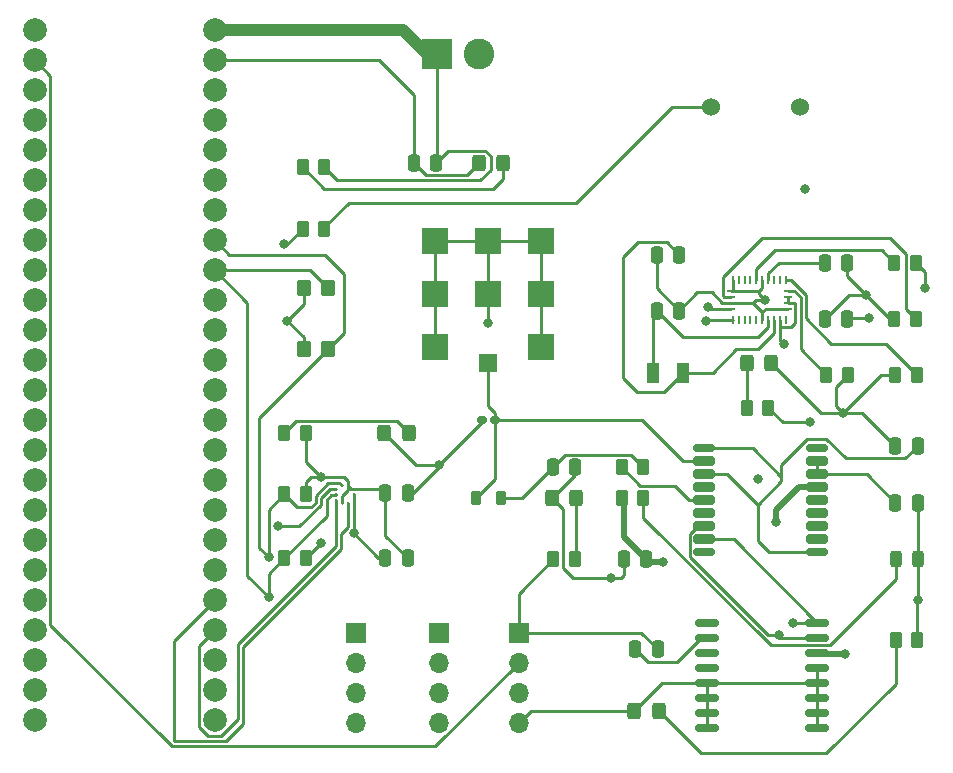
<source format=gbr>
%TF.GenerationSoftware,KiCad,Pcbnew,7.0.7*%
%TF.CreationDate,2024-01-17T19:34:37-05:00*%
%TF.ProjectId,Unified_Board,556e6966-6965-4645-9f42-6f6172642e6b,rev?*%
%TF.SameCoordinates,Original*%
%TF.FileFunction,Copper,L1,Top*%
%TF.FilePolarity,Positive*%
%FSLAX46Y46*%
G04 Gerber Fmt 4.6, Leading zero omitted, Abs format (unit mm)*
G04 Created by KiCad (PCBNEW 7.0.7) date 2024-01-17 19:34:37*
%MOMM*%
%LPD*%
G01*
G04 APERTURE LIST*
G04 Aperture macros list*
%AMRoundRect*
0 Rectangle with rounded corners*
0 $1 Rounding radius*
0 $2 $3 $4 $5 $6 $7 $8 $9 X,Y pos of 4 corners*
0 Add a 4 corners polygon primitive as box body*
4,1,4,$2,$3,$4,$5,$6,$7,$8,$9,$2,$3,0*
0 Add four circle primitives for the rounded corners*
1,1,$1+$1,$2,$3*
1,1,$1+$1,$4,$5*
1,1,$1+$1,$6,$7*
1,1,$1+$1,$8,$9*
0 Add four rect primitives between the rounded corners*
20,1,$1+$1,$2,$3,$4,$5,0*
20,1,$1+$1,$4,$5,$6,$7,0*
20,1,$1+$1,$6,$7,$8,$9,0*
20,1,$1+$1,$8,$9,$2,$3,0*%
G04 Aperture macros list end*
%TA.AperFunction,ComponentPad*%
%ADD10R,1.700000X1.700000*%
%TD*%
%TA.AperFunction,ComponentPad*%
%ADD11O,1.700000X1.700000*%
%TD*%
%TA.AperFunction,SMDPad,CuDef*%
%ADD12RoundRect,0.250000X-0.325000X-0.450000X0.325000X-0.450000X0.325000X0.450000X-0.325000X0.450000X0*%
%TD*%
%TA.AperFunction,SMDPad,CuDef*%
%ADD13RoundRect,0.250000X-0.262500X-0.450000X0.262500X-0.450000X0.262500X0.450000X-0.262500X0.450000X0*%
%TD*%
%TA.AperFunction,SMDPad,CuDef*%
%ADD14RoundRect,0.250000X0.250000X0.475000X-0.250000X0.475000X-0.250000X-0.475000X0.250000X-0.475000X0*%
%TD*%
%TA.AperFunction,SMDPad,CuDef*%
%ADD15RoundRect,0.250000X-0.250000X-0.475000X0.250000X-0.475000X0.250000X0.475000X-0.250000X0.475000X0*%
%TD*%
%TA.AperFunction,SMDPad,CuDef*%
%ADD16R,1.500000X1.500000*%
%TD*%
%TA.AperFunction,SMDPad,CuDef*%
%ADD17R,2.300000X2.300000*%
%TD*%
%TA.AperFunction,SMDPad,CuDef*%
%ADD18RoundRect,0.250000X0.325000X0.450000X-0.325000X0.450000X-0.325000X-0.450000X0.325000X-0.450000X0*%
%TD*%
%TA.AperFunction,ComponentPad*%
%ADD19R,2.600000X2.600000*%
%TD*%
%TA.AperFunction,ComponentPad*%
%ADD20C,2.600000*%
%TD*%
%TA.AperFunction,SMDPad,CuDef*%
%ADD21R,0.250000X0.275000*%
%TD*%
%TA.AperFunction,SMDPad,CuDef*%
%ADD22R,0.275000X0.250000*%
%TD*%
%TA.AperFunction,ComponentPad*%
%ADD23C,1.524000*%
%TD*%
%TA.AperFunction,SMDPad,CuDef*%
%ADD24R,0.254000X0.675000*%
%TD*%
%TA.AperFunction,SMDPad,CuDef*%
%ADD25R,0.675000X0.254000*%
%TD*%
%TA.AperFunction,SMDPad,CuDef*%
%ADD26RoundRect,0.150000X-0.875000X-0.150000X0.875000X-0.150000X0.875000X0.150000X-0.875000X0.150000X0*%
%TD*%
%TA.AperFunction,SMDPad,CuDef*%
%ADD27R,1.000000X1.800000*%
%TD*%
%TA.AperFunction,SMDPad,CuDef*%
%ADD28RoundRect,0.175000X0.725000X0.175000X-0.725000X0.175000X-0.725000X-0.175000X0.725000X-0.175000X0*%
%TD*%
%TA.AperFunction,SMDPad,CuDef*%
%ADD29RoundRect,0.200000X0.700000X0.200000X-0.700000X0.200000X-0.700000X-0.200000X0.700000X-0.200000X0*%
%TD*%
%TA.AperFunction,SMDPad,CuDef*%
%ADD30RoundRect,0.218750X0.218750X0.381250X-0.218750X0.381250X-0.218750X-0.381250X0.218750X-0.381250X0*%
%TD*%
%TA.AperFunction,SMDPad,CuDef*%
%ADD31RoundRect,0.243750X-0.243750X-0.456250X0.243750X-0.456250X0.243750X0.456250X-0.243750X0.456250X0*%
%TD*%
%TA.AperFunction,SMDPad,CuDef*%
%ADD32RoundRect,0.250000X-0.350000X-0.450000X0.350000X-0.450000X0.350000X0.450000X-0.350000X0.450000X0*%
%TD*%
%TA.AperFunction,SMDPad,CuDef*%
%ADD33RoundRect,0.250000X0.262500X0.450000X-0.262500X0.450000X-0.262500X-0.450000X0.262500X-0.450000X0*%
%TD*%
%TA.AperFunction,ComponentPad*%
%ADD34C,2.000000*%
%TD*%
%TA.AperFunction,SMDPad,CuDef*%
%ADD35RoundRect,0.160000X-0.222500X-0.160000X0.222500X-0.160000X0.222500X0.160000X-0.222500X0.160000X0*%
%TD*%
%TA.AperFunction,ViaPad*%
%ADD36C,0.800000*%
%TD*%
%TA.AperFunction,Conductor*%
%ADD37C,0.250000*%
%TD*%
%TA.AperFunction,Conductor*%
%ADD38C,0.500000*%
%TD*%
%TA.AperFunction,Conductor*%
%ADD39C,1.000000*%
%TD*%
G04 APERTURE END LIST*
D10*
%TO.P,J3,1,Pin_1*%
%TO.N,/3.3V*%
X107600000Y-96000000D03*
D11*
%TO.P,J3,2,Pin_2*%
%TO.N,/SCL*%
X107600000Y-98540000D03*
%TO.P,J3,3,Pin_3*%
%TO.N,/SDA*%
X107600000Y-101080000D03*
%TO.P,J3,4,Pin_4*%
%TO.N,GND*%
X107600000Y-103620000D03*
%TD*%
D12*
%TO.P,D2,1,K*%
%TO.N,GND*%
X131175000Y-102600000D03*
%TO.P,D2,2,A*%
%TO.N,Net-(D2-A)*%
X133225000Y-102600000D03*
%TD*%
D13*
%TO.P,R15,1*%
%TO.N,Net-(D6-A)*%
X103087500Y-56600000D03*
%TO.P,R15,2*%
%TO.N,Net-(J1-Pin_1)*%
X104912500Y-56600000D03*
%TD*%
D14*
%TO.P,C10,1*%
%TO.N,/3.3V*%
X133150000Y-97400000D03*
%TO.P,C10,2*%
%TO.N,Net-(U3-VCC)*%
X131250000Y-97400000D03*
%TD*%
D15*
%TO.P,C7,1*%
%TO.N,Net-(U2-VCC)*%
X153250000Y-85000000D03*
%TO.P,C7,2*%
%TO.N,/3.3V*%
X155150000Y-85000000D03*
%TD*%
D16*
%TO.P,ANT1,1,RF_IN*%
%TO.N,Net-(ANT1-RF_IN)*%
X118800000Y-73200000D03*
D17*
%TO.P,ANT1,2,GND*%
%TO.N,GND*%
X114300000Y-71800000D03*
%TO.P,ANT1,3,GND*%
X123300000Y-71800000D03*
%TO.P,ANT1,4,GND*%
X114300000Y-67300000D03*
%TO.P,ANT1,5,GND*%
X118800000Y-67300000D03*
%TO.P,ANT1,6,GND*%
X123300000Y-67300000D03*
%TO.P,ANT1,7,GND*%
X114300000Y-62800000D03*
%TO.P,ANT1,8,GND*%
X118800000Y-62800000D03*
%TO.P,ANT1,9,GND*%
X123300000Y-62800000D03*
%TD*%
D15*
%TO.P,C12,1*%
%TO.N,Net-(C12-Pad1)*%
X124250000Y-82000000D03*
%TO.P,C12,2*%
%TO.N,GND*%
X126150000Y-82000000D03*
%TD*%
D18*
%TO.P,D5,1,K*%
%TO.N,GND*%
X142775000Y-73200000D03*
%TO.P,D5,2,A*%
%TO.N,Net-(D5-A)*%
X140725000Y-73200000D03*
%TD*%
D14*
%TO.P,C11,1*%
%TO.N,Net-(J1-Pin_1)*%
X114400000Y-56200000D03*
%TO.P,C11,2*%
%TO.N,Net-(D6-K)*%
X112500000Y-56200000D03*
%TD*%
D19*
%TO.P,J1,1,Pin_1*%
%TO.N,Net-(J1-Pin_1)*%
X114500000Y-47000000D03*
D20*
%TO.P,J1,2,Pin_2*%
%TO.N,Net-(D6-K)*%
X118000000Y-47000000D03*
%TD*%
D13*
%TO.P,R4,1*%
%TO.N,/SCL*%
X101525000Y-84300000D03*
%TO.P,R4,2*%
%TO.N,/3.3V*%
X103350000Y-84300000D03*
%TD*%
%TO.P,R16,1*%
%TO.N,Net-(U2-VCC_RF)*%
X130087500Y-82000000D03*
%TO.P,R16,2*%
%TO.N,Net-(C12-Pad1)*%
X131912500Y-82000000D03*
%TD*%
D21*
%TO.P,Alt1,1,VDDIO*%
%TO.N,/3.3V*%
X106887500Y-83537500D03*
%TO.P,Alt1,2,SCK*%
%TO.N,/SCL*%
X106387500Y-83537500D03*
D22*
%TO.P,Alt1,3,VSS*%
%TO.N,GND*%
X105875000Y-83800000D03*
%TO.P,Alt1,4,SDI*%
%TO.N,/SDA*%
X105875000Y-84300000D03*
%TO.P,Alt1,5,SDO*%
%TO.N,/BMP_I2C_ADDR*%
X105875000Y-84800000D03*
D21*
%TO.P,Alt1,6,CSB*%
%TO.N,/3.3V*%
X106387500Y-85062500D03*
%TO.P,Alt1,7,INT*%
%TO.N,/BMP_INT*%
X106887500Y-85062500D03*
D22*
%TO.P,Alt1,8,VSS*%
%TO.N,GND*%
X107400000Y-84800000D03*
%TO.P,Alt1,9,VSS*%
X107400000Y-84300000D03*
%TO.P,Alt1,10,VDD*%
%TO.N,/3.3V*%
X107400000Y-83800000D03*
%TD*%
D15*
%TO.P,C5,1*%
%TO.N,Net-(U1-XOUT32)*%
X133050000Y-68750000D03*
%TO.P,C5,2*%
%TO.N,GND*%
X134950000Y-68750000D03*
%TD*%
D13*
%TO.P,R3,1*%
%TO.N,/SDA*%
X101525000Y-89700000D03*
%TO.P,R3,2*%
%TO.N,/3.3V*%
X103350000Y-89700000D03*
%TD*%
D23*
%TO.P,BZ1,1,-*%
%TO.N,Net-(BZ1--)*%
X137650000Y-51500000D03*
%TO.P,BZ1,2,+*%
%TO.N,GND*%
X145150000Y-51500000D03*
%TD*%
D13*
%TO.P,R14,1*%
%TO.N,Net-(R14-Pad1)*%
X103087500Y-61800000D03*
%TO.P,R14,2*%
%TO.N,Net-(BZ1--)*%
X104912500Y-61800000D03*
%TD*%
D12*
%TO.P,D4,1,K*%
%TO.N,GND*%
X110012500Y-79100000D03*
%TO.P,D4,2,A*%
%TO.N,Net-(D4-A)*%
X112062500Y-79100000D03*
%TD*%
%TO.P,D3,1,K*%
%TO.N,GND*%
X124175000Y-84600000D03*
%TO.P,D3,2,A*%
%TO.N,Net-(D3-A)*%
X126225000Y-84600000D03*
%TD*%
D10*
%TO.P,J2,1,Pin_1*%
%TO.N,/3.3V*%
X114600000Y-96000000D03*
D11*
%TO.P,J2,2,Pin_2*%
%TO.N,/Breakout_RX2*%
X114600000Y-98540000D03*
%TO.P,J2,3,Pin_3*%
%TO.N,/Breakout_TX2*%
X114600000Y-101080000D03*
%TO.P,J2,4,Pin_4*%
%TO.N,GND*%
X114600000Y-103620000D03*
%TD*%
D24*
%TO.P,U1,1,PIN1*%
%TO.N,unconnected-(U1-PIN1-Pad1)*%
X144000000Y-69500000D03*
D25*
%TO.P,U1,2,GND*%
%TO.N,GND*%
X144137500Y-68587500D03*
%TO.P,U1,3,VDD*%
%TO.N,/3.3V*%
X144137500Y-68087500D03*
%TO.P,U1,4,~{BOOT_LOAD_PIN}*%
X144137500Y-67587500D03*
%TO.P,U1,5,PS1*%
%TO.N,Net-(U1-PS1)*%
X144137500Y-67087500D03*
D24*
%TO.P,U1,6,PS0*%
%TO.N,Net-(U1-PS0)*%
X144000000Y-66175000D03*
%TO.P,U1,7,PIN7*%
%TO.N,unconnected-(U1-PIN7-Pad7)*%
X143500000Y-66175000D03*
%TO.P,U1,8,PIN8*%
%TO.N,unconnected-(U1-PIN8-Pad8)*%
X143000000Y-66175000D03*
%TO.P,U1,9,CAP*%
%TO.N,Net-(U1-CAP)*%
X142500000Y-66175000D03*
%TO.P,U1,10,BL_IND*%
%TO.N,GND*%
X142000000Y-66175000D03*
%TO.P,U1,11,~{RESET}*%
%TO.N,Net-(U1-~{RESET})*%
X141500000Y-66175000D03*
%TO.P,U1,12,PIN12*%
%TO.N,unconnected-(U1-PIN12-Pad12)*%
X141000000Y-66175000D03*
%TO.P,U1,13,PIN13*%
%TO.N,unconnected-(U1-PIN13-Pad13)*%
X140500000Y-66175000D03*
%TO.P,U1,14,INT*%
%TO.N,unconnected-(U1-INT-Pad14)*%
X140000000Y-66175000D03*
%TO.P,U1,15,GNDIO*%
%TO.N,GND*%
X139500000Y-66175000D03*
D25*
%TO.P,U1,16,GNDIO*%
X139362500Y-67087500D03*
%TO.P,U1,17,COM3*%
%TO.N,Net-(U1-COM3)*%
X139362500Y-67587500D03*
%TO.P,U1,18,COM2*%
%TO.N,GND*%
X139362500Y-68087500D03*
%TO.P,U1,19,COM1*%
%TO.N,/SCL*%
X139362500Y-68587500D03*
D24*
%TO.P,U1,20,COM0*%
%TO.N,/SDA*%
X139500000Y-69500000D03*
%TO.P,U1,21,PIN21*%
%TO.N,unconnected-(U1-PIN21-Pad21)*%
X140000000Y-69500000D03*
%TO.P,U1,22,PIN22*%
%TO.N,unconnected-(U1-PIN22-Pad22)*%
X140500000Y-69500000D03*
%TO.P,U1,23,PIN23*%
%TO.N,unconnected-(U1-PIN23-Pad23)*%
X141000000Y-69500000D03*
%TO.P,U1,24,PIN24*%
%TO.N,unconnected-(U1-PIN24-Pad24)*%
X141500000Y-69500000D03*
%TO.P,U1,25,GNDIO*%
%TO.N,GND*%
X142000000Y-69500000D03*
%TO.P,U1,26,XOUT32*%
%TO.N,Net-(U1-XOUT32)*%
X142500000Y-69500000D03*
%TO.P,U1,27,XIN32*%
%TO.N,Net-(U1-XIN32)*%
X143000000Y-69500000D03*
%TO.P,U1,28,VDDIO*%
%TO.N,/3.3V*%
X143500000Y-69500000D03*
%TD*%
D26*
%TO.P,U3,1,32KHZ*%
%TO.N,unconnected-(U3-32KHZ-Pad1)*%
X137350000Y-95155000D03*
%TO.P,U3,2,VCC*%
%TO.N,Net-(U3-VCC)*%
X137350000Y-96425000D03*
%TO.P,U3,3,~{INT}/SQW*%
%TO.N,unconnected-(U3-~{INT}{slash}SQW-Pad3)*%
X137350000Y-97695000D03*
%TO.P,U3,4,~{RST}*%
%TO.N,unconnected-(U3-~{RST}-Pad4)*%
X137350000Y-98965000D03*
%TO.P,U3,5,GND*%
%TO.N,GND*%
X137350000Y-100235000D03*
%TO.P,U3,6,GND*%
X137350000Y-101505000D03*
%TO.P,U3,7,GND*%
X137350000Y-102775000D03*
%TO.P,U3,8,GND*%
X137350000Y-104045000D03*
%TO.P,U3,9,GND*%
X146650000Y-104045000D03*
%TO.P,U3,10,GND*%
X146650000Y-102775000D03*
%TO.P,U3,11,GND*%
X146650000Y-101505000D03*
%TO.P,U3,12,GND*%
X146650000Y-100235000D03*
%TO.P,U3,13,GND*%
X146650000Y-98965000D03*
%TO.P,U3,14,VBAT*%
%TO.N,Net-(BT2-+)*%
X146650000Y-97695000D03*
%TO.P,U3,15,SDA*%
%TO.N,/SDA*%
X146650000Y-96425000D03*
%TO.P,U3,16,SCL*%
%TO.N,/SCL*%
X146650000Y-95155000D03*
%TD*%
D15*
%TO.P,C2,1*%
%TO.N,/3.3V*%
X110087500Y-84200000D03*
%TO.P,C2,2*%
%TO.N,GND*%
X111987500Y-84200000D03*
%TD*%
D13*
%TO.P,R11,1*%
%TO.N,Net-(D5-A)*%
X140687500Y-77000000D03*
%TO.P,R11,2*%
%TO.N,/3.3V*%
X142512500Y-77000000D03*
%TD*%
%TO.P,R7,1*%
%TO.N,GND*%
X153275000Y-74162500D03*
%TO.P,R7,2*%
%TO.N,Net-(U1-PS0)*%
X155100000Y-74162500D03*
%TD*%
%TO.P,R12,1*%
%TO.N,Net-(D4-A)*%
X101525000Y-79100000D03*
%TO.P,R12,2*%
%TO.N,/3.3V*%
X103350000Y-79100000D03*
%TD*%
D14*
%TO.P,C8,1*%
%TO.N,Net-(C8-Pad1)*%
X155150000Y-80200000D03*
%TO.P,C8,2*%
%TO.N,GND*%
X153250000Y-80200000D03*
%TD*%
D27*
%TO.P,Y1,1,1*%
%TO.N,Net-(U1-XOUT32)*%
X132750000Y-74000000D03*
%TO.P,Y1,2,2*%
%TO.N,Net-(U1-XIN32)*%
X135250000Y-74000000D03*
%TD*%
D28*
%TO.P,U2,1,GND*%
%TO.N,Net-(C8-Pad1)*%
X146600000Y-89200000D03*
D29*
%TO.P,U2,2,TXD*%
%TO.N,unconnected-(U2-TXD-Pad2)*%
X146600000Y-88100000D03*
%TO.P,U2,3,RXD*%
%TO.N,unconnected-(U2-RXD-Pad3)*%
X146600000Y-87000000D03*
%TO.P,U2,4,TIMEPULSE*%
%TO.N,unconnected-(U2-TIMEPULSE-Pad4)*%
X146600000Y-85900000D03*
%TO.P,U2,5,EXTINT*%
%TO.N,unconnected-(U2-EXTINT-Pad5)*%
X146600000Y-84800000D03*
%TO.P,U2,6,V_BCKP*%
%TO.N,/BACKUP*%
X146600000Y-83700000D03*
%TO.P,U2,7,VCC_IO*%
%TO.N,Net-(U2-VCC)*%
X146600000Y-82600000D03*
%TO.P,U2,8,VCC*%
X146600000Y-81500000D03*
D28*
%TO.P,U2,9,~{RESET}*%
%TO.N,unconnected-(U2-~{RESET}-Pad9)*%
X146600000Y-80400000D03*
%TO.P,U2,10,GND*%
%TO.N,Net-(C8-Pad1)*%
X137100000Y-80400000D03*
D29*
%TO.P,U2,11,RF_IN*%
%TO.N,Net-(ANT1-RF_IN)*%
X137100000Y-81500000D03*
%TO.P,U2,12,GND*%
%TO.N,Net-(C8-Pad1)*%
X137100000Y-82600000D03*
%TO.P,U2,13,LNA_EN*%
%TO.N,unconnected-(U2-LNA_EN-Pad13)*%
X137100000Y-83700000D03*
%TO.P,U2,14,VCC_RF*%
%TO.N,Net-(U2-VCC_RF)*%
X137100000Y-84800000D03*
%TO.P,U2,15,VIO_SEL*%
%TO.N,unconnected-(U2-VIO_SEL-Pad15)*%
X137100000Y-85900000D03*
%TO.P,U2,16,SDA*%
%TO.N,/SDA*%
X137100000Y-87000000D03*
%TO.P,U2,17,SCL*%
%TO.N,/SCL*%
X137100000Y-88100000D03*
D28*
%TO.P,U2,18,~{SAFEBOOT}*%
%TO.N,unconnected-(U2-~{SAFEBOOT}-Pad18)*%
X137100000Y-89200000D03*
%TD*%
D10*
%TO.P,J4,1,Pin_1*%
%TO.N,/3.3V*%
X121400000Y-96000000D03*
D11*
%TO.P,J4,2,Pin_2*%
%TO.N,/Breakout_RX1*%
X121400000Y-98540000D03*
%TO.P,J4,3,Pin_3*%
%TO.N,/Breakout_TX1*%
X121400000Y-101080000D03*
%TO.P,J4,4,Pin_4*%
%TO.N,GND*%
X121400000Y-103620000D03*
%TD*%
D13*
%TO.P,R6,1*%
%TO.N,GND*%
X153187500Y-69412500D03*
%TO.P,R6,2*%
%TO.N,Net-(U1-COM3)*%
X155012500Y-69412500D03*
%TD*%
D30*
%TO.P,FB1,1*%
%TO.N,Net-(C12-Pad1)*%
X119862500Y-84600000D03*
%TO.P,FB1,2*%
%TO.N,Net-(ANT1-RF_IN)*%
X117737500Y-84600000D03*
%TD*%
D31*
%TO.P,D1,1,K*%
%TO.N,Net-(D1-K)*%
X153312500Y-89800000D03*
%TO.P,D1,2,A*%
%TO.N,/3.3V*%
X155187500Y-89800000D03*
%TD*%
D14*
%TO.P,C1,1*%
%TO.N,/3.3V*%
X111987500Y-89700000D03*
%TO.P,C1,2*%
%TO.N,GND*%
X110087500Y-89700000D03*
%TD*%
D32*
%TO.P,R1,1*%
%TO.N,/3.3V*%
X103200000Y-66800000D03*
%TO.P,R1,2*%
%TO.N,/SDA*%
X105200000Y-66800000D03*
%TD*%
D13*
%TO.P,R5,1*%
%TO.N,Net-(U1-~{RESET})*%
X153187500Y-64662500D03*
%TO.P,R5,2*%
%TO.N,/3.3V*%
X155012500Y-64662500D03*
%TD*%
D12*
%TO.P,D6,1,K*%
%TO.N,Net-(D6-K)*%
X117975000Y-56250000D03*
%TO.P,D6,2,A*%
%TO.N,Net-(D6-A)*%
X120025000Y-56250000D03*
%TD*%
D33*
%TO.P,R9,1*%
%TO.N,Net-(D1-K)*%
X131912500Y-84600000D03*
%TO.P,R9,2*%
%TO.N,/BACKUP*%
X130087500Y-84600000D03*
%TD*%
D15*
%TO.P,C6,1*%
%TO.N,GND*%
X133050000Y-64000000D03*
%TO.P,C6,2*%
%TO.N,Net-(U1-XIN32)*%
X134950000Y-64000000D03*
%TD*%
D14*
%TO.P,C9,1*%
%TO.N,/BACKUP*%
X132150000Y-89800000D03*
%TO.P,C9,2*%
%TO.N,GND*%
X130250000Y-89800000D03*
%TD*%
D15*
%TO.P,C3,1*%
%TO.N,GND*%
X147300000Y-69412500D03*
%TO.P,C3,2*%
%TO.N,/3.3V*%
X149200000Y-69412500D03*
%TD*%
D13*
%TO.P,R10,1*%
%TO.N,Net-(D2-A)*%
X153287500Y-96600000D03*
%TO.P,R10,2*%
%TO.N,/3.3V*%
X155112500Y-96600000D03*
%TD*%
D15*
%TO.P,C4,1*%
%TO.N,Net-(U1-CAP)*%
X147300000Y-64662500D03*
%TO.P,C4,2*%
%TO.N,GND*%
X149200000Y-64662500D03*
%TD*%
D33*
%TO.P,R8,1*%
%TO.N,GND*%
X149250000Y-74162500D03*
%TO.P,R8,2*%
%TO.N,Net-(U1-PS1)*%
X147425000Y-74162500D03*
%TD*%
D34*
%TO.P,Teensy4.1,47,Vin*%
%TO.N,Net-(J1-Pin_1)*%
X95620000Y-44990000D03*
%TO.P,Teensy4.1,46,GND*%
%TO.N,Net-(D6-K)*%
X95620000Y-47530000D03*
%TO.P,Teensy4.1,45,3.3V*%
%TO.N,/3.3V*%
X95620000Y-50070000D03*
%TO.P,Teensy4.1,44,PWM*%
%TO.N,unconnected-(Teensy4.1-PWM-Pad44)*%
X95620000Y-52610000D03*
%TO.P,Teensy4.1,43,PWM*%
%TO.N,unconnected-(Teensy4.1-PWM-Pad43)*%
X95620000Y-55150000D03*
%TO.P,Teensy4.1,42,RX5*%
%TO.N,unconnected-(Teensy4.1-RX5-Pad42)*%
X95620000Y-57690000D03*
%TO.P,Teensy4.1,41,TX5*%
%TO.N,unconnected-(Teensy4.1-TX5-Pad41)*%
X95620000Y-60230000D03*
%TO.P,Teensy4.1,40,SCL*%
%TO.N,/SCL*%
X95620000Y-62770000D03*
%TO.P,Teensy4.1,39,SDA*%
%TO.N,/SDA*%
X95620000Y-65310000D03*
%TO.P,Teensy4.1,38,A3*%
%TO.N,unconnected-(Teensy4.1-A3-Pad38)*%
X95620000Y-67850000D03*
%TO.P,Teensy4.1,37,A2*%
%TO.N,unconnected-(Teensy4.1-A2-Pad37)*%
X95620000Y-70390000D03*
%TO.P,Teensy4.1,36,A1*%
%TO.N,unconnected-(Teensy4.1-A1-Pad36)*%
X95620000Y-72930000D03*
%TO.P,Teensy4.1,35,A0*%
%TO.N,unconnected-(Teensy4.1-A0-Pad35)*%
X95620000Y-75470000D03*
%TO.P,Teensy4.1,34,SCK*%
%TO.N,unconnected-(Teensy4.1-SCK-Pad34)*%
X95620000Y-78010000D03*
%TO.P,Teensy4.1,33,GND*%
%TO.N,unconnected-(Teensy4.1-GND-Pad33)*%
X95620000Y-80550000D03*
%TO.P,Teensy4.1,32,A17*%
%TO.N,unconnected-(Teensy4.1-A17-Pad32)*%
X95620000Y-83090000D03*
%TO.P,Teensy4.1,31,A16*%
%TO.N,unconnected-(Teensy4.1-A16-Pad31)*%
X95620000Y-85630000D03*
%TO.P,Teensy4.1,30,MISO*%
%TO.N,unconnected-(Teensy4.1-MISO-Pad30)*%
X95620000Y-88170000D03*
%TO.P,Teensy4.1,29,CS1*%
%TO.N,unconnected-(Teensy4.1-CS1-Pad29)*%
X95620000Y-90710000D03*
%TO.P,Teensy4.1,28,PWM*%
%TO.N,/BMP_INT*%
X95620000Y-93250000D03*
%TO.P,Teensy4.1,27,PWM*%
%TO.N,/BMP_I2C_ADDR*%
X95620000Y-95790000D03*
%TO.P,Teensy4.1,26,TX8*%
%TO.N,unconnected-(Teensy4.1-TX8-Pad26)*%
X95620000Y-98330000D03*
%TO.P,Teensy4.1,25,RX8*%
%TO.N,unconnected-(Teensy4.1-RX8-Pad25)*%
X95620000Y-100870000D03*
%TO.P,Teensy4.1,24,PWM*%
%TO.N,Net-(R14-Pad1)*%
X95620000Y-103410000D03*
%TO.P,Teensy4.1,23,GPIO*%
%TO.N,unconnected-(Teensy4.1-GPIO-Pad23)*%
X80380000Y-103410000D03*
%TO.P,Teensy4.1,22,GPIO*%
%TO.N,unconnected-(Teensy4.1-GPIO-Pad22)*%
X80380000Y-100870000D03*
%TO.P,Teensy4.1,21,GPIO*%
%TO.N,unconnected-(Teensy4.1-GPIO-Pad21)*%
X80380000Y-98330000D03*
%TO.P,Teensy4.1,20,TX7*%
%TO.N,unconnected-(Teensy4.1-TX7-Pad20)*%
X80380000Y-95790000D03*
%TO.P,Teensy4.1,19,RX7*%
%TO.N,unconnected-(Teensy4.1-RX7-Pad19)*%
X80380000Y-93250000D03*
%TO.P,Teensy4.1,18,SCK1*%
%TO.N,unconnected-(Teensy4.1-SCK1-Pad18)*%
X80380000Y-90710000D03*
%TO.P,Teensy4.1,17,MOSI1*%
%TO.N,unconnected-(Teensy4.1-MOSI1-Pad17)*%
X80380000Y-88170000D03*
%TO.P,Teensy4.1,16,SDA2*%
%TO.N,unconnected-(Teensy4.1-SDA2-Pad16)*%
X80380000Y-85630000D03*
%TO.P,Teensy4.1,15,SCL2*%
%TO.N,unconnected-(Teensy4.1-SCL2-Pad15)*%
X80380000Y-83090000D03*
%TO.P,Teensy4.1,14,3.3V*%
%TO.N,unconnected-(Teensy4.1-3.3V-Pad14)*%
X80380000Y-80550000D03*
%TO.P,Teensy4.1,13,MISO*%
%TO.N,unconnected-(Teensy4.1-MISO-Pad13)*%
X80380000Y-78010000D03*
%TO.P,Teensy4.1,12,MOSI*%
%TO.N,unconnected-(Teensy4.1-MOSI-Pad12)*%
X80380000Y-75470000D03*
%TO.P,Teensy4.1,11,CS*%
%TO.N,unconnected-(Teensy4.1-CS-Pad11)*%
X80380000Y-72930000D03*
%TO.P,Teensy4.1,10,PWM*%
%TO.N,unconnected-(Teensy4.1-PWM-Pad10)*%
X80380000Y-70390000D03*
%TO.P,Teensy4.1,9,TX2*%
%TO.N,/Breakout_TX2*%
X80380000Y-67850000D03*
%TO.P,Teensy4.1,8,RX2*%
%TO.N,/Breakout_RX2*%
X80380000Y-65310000D03*
%TO.P,Teensy4.1,7,PWM*%
%TO.N,unconnected-(Teensy4.1-PWM-Pad7)*%
X80380000Y-62770000D03*
%TO.P,Teensy4.1,6,PWM*%
%TO.N,unconnected-(Teensy4.1-PWM-Pad6)*%
X80380000Y-60230000D03*
%TO.P,Teensy4.1,5,PWM*%
%TO.N,unconnected-(Teensy4.1-PWM-Pad5)*%
X80380000Y-57690000D03*
%TO.P,Teensy4.1,4,PWM*%
%TO.N,unconnected-(Teensy4.1-PWM-Pad4)*%
X80380000Y-55150000D03*
%TO.P,Teensy4.1,3,PWM*%
%TO.N,unconnected-(Teensy4.1-PWM-Pad3)*%
X80380000Y-52610000D03*
%TO.P,Teensy4.1,2,TX1*%
%TO.N,/Breakout_TX1*%
X80380000Y-50070000D03*
%TO.P,Teensy4.1,1,RX1*%
%TO.N,/Breakout_RX1*%
X80380000Y-47530000D03*
%TO.P,Teensy4.1,0,GND*%
%TO.N,GND*%
X80380000Y-44990000D03*
%TD*%
D35*
%TO.P,D7 (opt),1,K*%
%TO.N,GND*%
X118227500Y-78000000D03*
%TO.P,D7 (opt),2,A*%
%TO.N,Net-(ANT1-RF_IN)*%
X119372500Y-78000000D03*
%TD*%
D13*
%TO.P,R13,1*%
%TO.N,/3.3V*%
X124287500Y-89800000D03*
%TO.P,R13,2*%
%TO.N,Net-(D3-A)*%
X126112500Y-89800000D03*
%TD*%
D32*
%TO.P,R2,1*%
%TO.N,/3.3V*%
X103200000Y-72000000D03*
%TO.P,R2,2*%
%TO.N,/SCL*%
X105200000Y-72000000D03*
%TD*%
D36*
%TO.N,/3.3V*%
X146000000Y-78200000D03*
%TO.N,GND*%
X145600000Y-58400000D03*
X141600000Y-83000000D03*
%TO.N,Net-(BT2-+)*%
X149000000Y-97800000D03*
%TO.N,/BACKUP*%
X143200000Y-86600000D03*
X133600000Y-90000000D03*
%TO.N,/SCL*%
X137400000Y-68400000D03*
%TO.N,GND*%
X142200000Y-67800000D03*
X150800000Y-67400000D03*
%TO.N,/3.3V*%
X143800000Y-71600000D03*
%TO.N,/SDA*%
X137200000Y-69600000D03*
%TO.N,/3.3V*%
X155800000Y-66800000D03*
X151000000Y-69400000D03*
%TO.N,/SDA*%
X143400000Y-96230898D03*
%TO.N,/SCL*%
X144600000Y-95200000D03*
%TO.N,GND*%
X129200000Y-91400000D03*
%TO.N,Net-(R14-Pad1)*%
X101500000Y-63100000D03*
%TO.N,GND*%
X148800000Y-77400000D03*
%TO.N,/3.3V*%
X155200000Y-93200000D03*
%TO.N,/SCL*%
X100200000Y-89600000D03*
%TO.N,/SDA*%
X100200000Y-93000000D03*
%TO.N,/3.3V*%
X101800000Y-69600000D03*
X104600000Y-82800000D03*
X104600000Y-88400000D03*
%TO.N,GND*%
X118800000Y-69800000D03*
X107400000Y-87600000D03*
X114600000Y-81800000D03*
X101000000Y-87000000D03*
%TD*%
D37*
%TO.N,Net-(U1-XIN32)*%
X131400000Y-75600000D02*
X133650000Y-75600000D01*
X130200000Y-74400000D02*
X131400000Y-75600000D01*
X130200000Y-64200000D02*
X130200000Y-74400000D01*
X133650000Y-75600000D02*
X135250000Y-74000000D01*
X133900000Y-62950000D02*
X131450000Y-62950000D01*
X131450000Y-62950000D02*
X130200000Y-64200000D01*
X134950000Y-64000000D02*
X133900000Y-62950000D01*
%TO.N,GND*%
X141489500Y-67800000D02*
X141202000Y-68087500D01*
X142200000Y-67800000D02*
X141489500Y-67800000D01*
X136500000Y-67200000D02*
X134950000Y-68750000D01*
X137712805Y-67200000D02*
X136500000Y-67200000D01*
X138600305Y-68087500D02*
X137712805Y-67200000D01*
X139362500Y-68087500D02*
X138600305Y-68087500D01*
%TO.N,/3.3V*%
X143712500Y-78200000D02*
X146000000Y-78200000D01*
X142512500Y-77000000D02*
X143712500Y-78200000D01*
X149212500Y-69400000D02*
X149200000Y-69412500D01*
X151000000Y-69400000D02*
X149212500Y-69400000D01*
%TO.N,GND*%
X104637500Y-84586396D02*
X105423896Y-83800000D01*
X104637500Y-85174569D02*
X104637500Y-84586396D01*
X102812069Y-87000000D02*
X104637500Y-85174569D01*
X101000000Y-87000000D02*
X102812069Y-87000000D01*
X105423896Y-83800000D02*
X105875000Y-83800000D01*
%TO.N,Net-(BZ1--)*%
X134350000Y-51500000D02*
X126250000Y-59600000D01*
X137650000Y-51500000D02*
X134350000Y-51500000D01*
%TO.N,/3.3V*%
X103200000Y-66800000D02*
X103200000Y-68200000D01*
X103200000Y-68200000D02*
X101800000Y-69600000D01*
X103200000Y-71000000D02*
X101800000Y-69600000D01*
X103200000Y-72000000D02*
X103200000Y-71000000D01*
D38*
%TO.N,Net-(BT2-+)*%
X146755000Y-97800000D02*
X146650000Y-97695000D01*
X149000000Y-97800000D02*
X146755000Y-97800000D01*
%TO.N,/BACKUP*%
X145100000Y-83700000D02*
X146600000Y-83700000D01*
X143200000Y-85600000D02*
X145100000Y-83700000D01*
X143200000Y-86600000D02*
X143200000Y-85600000D01*
D37*
X132350000Y-90000000D02*
X132150000Y-89800000D01*
D38*
X133600000Y-90000000D02*
X132350000Y-90000000D01*
D37*
%TO.N,/3.3V*%
X155800000Y-65450000D02*
X155012500Y-64662500D01*
X155800000Y-66800000D02*
X155800000Y-65450000D01*
%TO.N,/SDA*%
X137200000Y-69600000D02*
X137300000Y-69500000D01*
X137300000Y-69500000D02*
X139500000Y-69500000D01*
%TO.N,/SCL*%
X137587500Y-68587500D02*
X137400000Y-68400000D01*
X139362500Y-68587500D02*
X137587500Y-68587500D01*
%TO.N,Net-(U1-COM3)*%
X154175000Y-68575000D02*
X155012500Y-69412500D01*
X154175000Y-63974327D02*
X154175000Y-68575000D01*
X142000000Y-62600000D02*
X152800673Y-62600000D01*
X138700000Y-65900000D02*
X142000000Y-62600000D01*
X138700000Y-67539500D02*
X138700000Y-65900000D01*
X138748000Y-67587500D02*
X138700000Y-67539500D01*
X139362500Y-67587500D02*
X138748000Y-67587500D01*
X152800673Y-62600000D02*
X154175000Y-63974327D01*
%TO.N,Net-(U1-XIN32)*%
X141625448Y-72000000D02*
X143000000Y-70625448D01*
X143000000Y-70625448D02*
X143000000Y-69500000D01*
X137800000Y-74000000D02*
X139800000Y-72000000D01*
X139800000Y-72000000D02*
X141625448Y-72000000D01*
X135250000Y-74000000D02*
X137800000Y-74000000D01*
%TO.N,Net-(U1-XOUT32)*%
X142500000Y-70114500D02*
X142500000Y-69500000D01*
X141614500Y-71000000D02*
X142500000Y-70114500D01*
X135300000Y-71000000D02*
X141614500Y-71000000D01*
X133050000Y-68750000D02*
X135300000Y-71000000D01*
%TO.N,GND*%
X141702000Y-67302000D02*
X142200000Y-67800000D01*
X141702000Y-67087500D02*
X141702000Y-67302000D01*
%TO.N,Net-(U1-PS0)*%
X144448896Y-66175000D02*
X144000000Y-66175000D01*
X145700000Y-69400000D02*
X145700000Y-67426104D01*
X145700000Y-67426104D02*
X144448896Y-66175000D01*
X147825000Y-71525000D02*
X145700000Y-69400000D01*
X152462500Y-71525000D02*
X147825000Y-71525000D01*
X155100000Y-74162500D02*
X152462500Y-71525000D01*
%TO.N,GND*%
X149312500Y-67400000D02*
X150800000Y-67400000D01*
X147300000Y-69412500D02*
X149312500Y-67400000D01*
X149200000Y-65800000D02*
X150800000Y-67400000D01*
X149200000Y-64662500D02*
X149200000Y-65800000D01*
X152812500Y-69412500D02*
X150800000Y-67400000D01*
X153187500Y-69412500D02*
X152812500Y-69412500D01*
%TO.N,Net-(U1-~{RESET})*%
X143100000Y-63612500D02*
X141500000Y-65212500D01*
X152137500Y-63612500D02*
X143100000Y-63612500D01*
X153187500Y-64662500D02*
X152137500Y-63612500D01*
X141500000Y-65212500D02*
X141500000Y-66175000D01*
%TO.N,Net-(U1-CAP)*%
X142500000Y-65560500D02*
X142500000Y-66175000D01*
X143398000Y-64662500D02*
X142500000Y-65560500D01*
X147300000Y-64662500D02*
X143398000Y-64662500D01*
%TO.N,GND*%
X142775000Y-73200000D02*
X146975000Y-77400000D01*
X146975000Y-77400000D02*
X148800000Y-77400000D01*
%TO.N,Net-(D5-A)*%
X140725000Y-76962500D02*
X140687500Y-77000000D01*
X140725000Y-73200000D02*
X140725000Y-76962500D01*
%TO.N,/3.3V*%
X143500000Y-71300000D02*
X143500000Y-69500000D01*
X143800000Y-71600000D02*
X143500000Y-71300000D01*
%TO.N,Net-(U1-PS1)*%
X144725000Y-67087500D02*
X144137500Y-67087500D01*
X145250000Y-67612500D02*
X144725000Y-67087500D01*
X145250000Y-71987500D02*
X145250000Y-67612500D01*
X147425000Y-74162500D02*
X145250000Y-71987500D01*
%TO.N,/3.3V*%
X144137500Y-67587500D02*
X144137500Y-68087500D01*
X144752000Y-68087500D02*
X144137500Y-68087500D01*
X144800000Y-68135500D02*
X144752000Y-68087500D01*
X144452000Y-70162500D02*
X144800000Y-69814500D01*
X144800000Y-69814500D02*
X144800000Y-68135500D01*
X143575000Y-70162500D02*
X144452000Y-70162500D01*
X143500000Y-70087500D02*
X143575000Y-70162500D01*
X143500000Y-69500000D02*
X143500000Y-70087500D01*
%TO.N,GND*%
X148200000Y-76800000D02*
X148800000Y-77400000D01*
X149237500Y-74162500D02*
X148200000Y-75200000D01*
X149250000Y-74162500D02*
X149237500Y-74162500D01*
X148200000Y-75200000D02*
X148200000Y-76800000D01*
X142298000Y-68587500D02*
X144137500Y-68587500D01*
X142000000Y-68885500D02*
X142298000Y-68587500D01*
X142000000Y-69500000D02*
X142000000Y-68885500D01*
X142000000Y-68885500D02*
X141202000Y-68087500D01*
X141202000Y-68087500D02*
X139362500Y-68087500D01*
X142000000Y-66789500D02*
X141702000Y-67087500D01*
X142000000Y-66175000D02*
X142000000Y-66789500D01*
X141702000Y-67087500D02*
X139362500Y-67087500D01*
X139500000Y-66950000D02*
X139362500Y-67087500D01*
X139500000Y-66175000D02*
X139500000Y-66950000D01*
%TO.N,/SDA*%
X139400000Y-69600000D02*
X139500000Y-69500000D01*
%TO.N,GND*%
X133050000Y-66850000D02*
X133050000Y-64000000D01*
X134950000Y-68750000D02*
X133050000Y-66850000D01*
%TO.N,Net-(U1-XOUT32)*%
X132750000Y-69050000D02*
X132750000Y-74000000D01*
X133050000Y-68750000D02*
X132750000Y-69050000D01*
%TO.N,/SCL*%
X106600000Y-70600000D02*
X106600000Y-65600000D01*
X106600000Y-65600000D02*
X105000000Y-64000000D01*
X105000000Y-64000000D02*
X96850000Y-64000000D01*
X105200000Y-72000000D02*
X106600000Y-70600000D01*
X96850000Y-64000000D02*
X95620000Y-62770000D01*
X99400000Y-77800000D02*
X105200000Y-72000000D01*
X99400000Y-88800000D02*
X99400000Y-77800000D01*
X100200000Y-89600000D02*
X99400000Y-88800000D01*
%TO.N,/SDA*%
X98400000Y-68090000D02*
X95620000Y-65310000D01*
X98400000Y-91200000D02*
X98400000Y-68090000D01*
X100200000Y-93000000D02*
X98400000Y-91200000D01*
%TO.N,GND*%
X126000000Y-91400000D02*
X129200000Y-91400000D01*
X125125000Y-90525000D02*
X126000000Y-91400000D01*
X125125000Y-85550000D02*
X125125000Y-90525000D01*
X124175000Y-84600000D02*
X125125000Y-85550000D01*
%TO.N,Net-(C12-Pad1)*%
X125300000Y-80950000D02*
X124250000Y-82000000D01*
X130862500Y-80950000D02*
X125300000Y-80950000D01*
X131912500Y-82000000D02*
X130862500Y-80950000D01*
%TO.N,Net-(D3-A)*%
X126225000Y-89687500D02*
X126112500Y-89800000D01*
X126225000Y-84600000D02*
X126225000Y-89687500D01*
%TO.N,GND*%
X126150000Y-82625000D02*
X124175000Y-84600000D01*
X126150000Y-82000000D02*
X126150000Y-82625000D01*
%TO.N,Net-(C12-Pad1)*%
X121650000Y-84600000D02*
X124250000Y-82000000D01*
X119862500Y-84600000D02*
X121650000Y-84600000D01*
%TO.N,GND*%
X118227500Y-78172500D02*
X114600000Y-81800000D01*
X118227500Y-78000000D02*
X118227500Y-78172500D01*
%TO.N,Net-(U2-VCC_RF)*%
X134575000Y-83575000D02*
X135800000Y-84800000D01*
X135800000Y-84800000D02*
X137100000Y-84800000D01*
X130087500Y-82000000D02*
X131662500Y-83575000D01*
X131662500Y-83575000D02*
X134575000Y-83575000D01*
%TO.N,GND*%
X130250000Y-91150000D02*
X130250000Y-89800000D01*
X130000000Y-91400000D02*
X130250000Y-91150000D01*
X129200000Y-91400000D02*
X130000000Y-91400000D01*
%TO.N,Net-(ANT1-RF_IN)*%
X135300000Y-81500000D02*
X137100000Y-81500000D01*
X119372500Y-78000000D02*
X131800000Y-78000000D01*
X131800000Y-78000000D02*
X135300000Y-81500000D01*
X119372500Y-82965000D02*
X117737500Y-84600000D01*
X119372500Y-78000000D02*
X119372500Y-82965000D01*
X119372500Y-77372500D02*
X119372500Y-78000000D01*
X118800000Y-73200000D02*
X118800000Y-76800000D01*
X118800000Y-76800000D02*
X119372500Y-77372500D01*
%TO.N,Net-(D1-K)*%
X131912500Y-86256003D02*
X131912500Y-84800000D01*
X131912500Y-84800000D02*
X132112500Y-84600000D01*
X142726497Y-97070000D02*
X131912500Y-86256003D01*
X147721751Y-97070000D02*
X142726497Y-97070000D01*
X153312500Y-91479251D02*
X147721751Y-97070000D01*
X153312500Y-89800000D02*
X153312500Y-91479251D01*
%TO.N,/BACKUP*%
X130287500Y-84800000D02*
X130087500Y-84600000D01*
D38*
X130287500Y-87937500D02*
X130287500Y-84800000D01*
X132150000Y-89800000D02*
X130287500Y-87937500D01*
D37*
%TO.N,/SDA*%
X142523791Y-96230898D02*
X135875000Y-89582107D01*
X143400000Y-96230898D02*
X142523791Y-96230898D01*
X143594102Y-96425000D02*
X143400000Y-96230898D01*
X146650000Y-96425000D02*
X143594102Y-96425000D01*
%TO.N,/SCL*%
X144600000Y-95200000D02*
X146605000Y-95200000D01*
X146605000Y-95200000D02*
X146650000Y-95155000D01*
X139595000Y-88100000D02*
X137100000Y-88100000D01*
X146650000Y-95155000D02*
X139595000Y-88100000D01*
%TO.N,/SDA*%
X136557538Y-87000000D02*
X137100000Y-87000000D01*
X135875000Y-87682538D02*
X136557538Y-87000000D01*
X135875000Y-89582107D02*
X135875000Y-87682538D01*
%TO.N,Net-(C8-Pad1)*%
X145792893Y-79600000D02*
X143600000Y-81792893D01*
X149057107Y-81250000D02*
X147407107Y-79600000D01*
X143600000Y-81792893D02*
X143600000Y-82800000D01*
X154100000Y-81250000D02*
X149057107Y-81250000D01*
X155150000Y-80200000D02*
X154100000Y-81250000D01*
X147407107Y-79600000D02*
X145792893Y-79600000D01*
%TO.N,GND*%
X150450000Y-77400000D02*
X148800000Y-77400000D01*
X153250000Y-80200000D02*
X150450000Y-77400000D01*
%TO.N,Net-(C8-Pad1)*%
X143600000Y-83200000D02*
X141600000Y-85200000D01*
X141200000Y-80400000D02*
X143600000Y-82800000D01*
X143600000Y-82800000D02*
X143600000Y-83200000D01*
X137100000Y-80400000D02*
X141200000Y-80400000D01*
X139000000Y-82600000D02*
X137100000Y-82600000D01*
X141600000Y-85200000D02*
X139000000Y-82600000D01*
X141600000Y-88200000D02*
X141600000Y-85200000D01*
X142600000Y-89200000D02*
X141600000Y-88200000D01*
X146600000Y-89200000D02*
X142600000Y-89200000D01*
%TO.N,Net-(U2-VCC)*%
X146600000Y-82600000D02*
X146600000Y-81500000D01*
%TO.N,/3.3V*%
X155187500Y-85037500D02*
X155187500Y-89800000D01*
X155150000Y-85000000D02*
X155187500Y-85037500D01*
%TO.N,Net-(U2-VCC)*%
X150850000Y-82600000D02*
X146600000Y-82600000D01*
X153250000Y-85000000D02*
X150850000Y-82600000D01*
%TO.N,/SDA*%
X103710000Y-65310000D02*
X95620000Y-65310000D01*
X105200000Y-66800000D02*
X103710000Y-65310000D01*
%TO.N,Net-(R14-Pad1)*%
X101500000Y-63100000D02*
X101787500Y-63100000D01*
X101787500Y-63100000D02*
X103087500Y-61800000D01*
%TO.N,Net-(BZ1--)*%
X107000000Y-59600000D02*
X126250000Y-59600000D01*
X104912500Y-61687500D02*
X107000000Y-59600000D01*
X104912500Y-61800000D02*
X104912500Y-61687500D01*
%TO.N,GND*%
X152037500Y-74162500D02*
X148800000Y-77400000D01*
X153275000Y-74162500D02*
X152037500Y-74162500D01*
%TO.N,/3.3V*%
X155112500Y-93287500D02*
X155200000Y-93200000D01*
X155112500Y-96600000D02*
X155112500Y-93287500D01*
X155187500Y-93187500D02*
X155200000Y-93200000D01*
X155187500Y-89800000D02*
X155187500Y-93187500D01*
%TO.N,GND*%
X146650000Y-98965000D02*
X146650000Y-104045000D01*
X137350000Y-100235000D02*
X146650000Y-100235000D01*
X137350000Y-100235000D02*
X137350000Y-104045000D01*
X133540000Y-100235000D02*
X137350000Y-100235000D01*
X131175000Y-102600000D02*
X133540000Y-100235000D01*
%TO.N,Net-(D2-A)*%
X136825000Y-106200000D02*
X133225000Y-102600000D01*
X147400000Y-106200000D02*
X136825000Y-106200000D01*
X153287500Y-100312500D02*
X147400000Y-106200000D01*
X153287500Y-96600000D02*
X153287500Y-100312500D01*
%TO.N,/3.3V*%
X121400000Y-92687500D02*
X124287500Y-89800000D01*
X121400000Y-96000000D02*
X121400000Y-92687500D01*
X131750000Y-96000000D02*
X121400000Y-96000000D01*
X133150000Y-97400000D02*
X131750000Y-96000000D01*
%TO.N,Net-(U3-VCC)*%
X136775000Y-96425000D02*
X137350000Y-96425000D01*
X134750000Y-98450000D02*
X136775000Y-96425000D01*
X132300000Y-98450000D02*
X134750000Y-98450000D01*
X131250000Y-97400000D02*
X132300000Y-98450000D01*
%TO.N,GND*%
X122420000Y-102600000D02*
X121400000Y-103620000D01*
X131175000Y-102600000D02*
X122420000Y-102600000D01*
%TO.N,/Breakout_RX1*%
X81705000Y-95341396D02*
X81705000Y-48855000D01*
X81705000Y-48855000D02*
X80380000Y-47530000D01*
X91998604Y-105635000D02*
X81705000Y-95341396D01*
X114305000Y-105635000D02*
X91998604Y-105635000D01*
X121400000Y-98540000D02*
X114305000Y-105635000D01*
%TO.N,/SCL*%
X100200000Y-85625000D02*
X101525000Y-84300000D01*
X100200000Y-89600000D02*
X100200000Y-85625000D01*
%TO.N,/SDA*%
X100200000Y-93000000D02*
X100200000Y-91025000D01*
X100200000Y-91025000D02*
X101525000Y-89700000D01*
%TO.N,/3.3V*%
X103800000Y-82800000D02*
X103350000Y-83250000D01*
X106887500Y-83912500D02*
X106887500Y-83537500D01*
X106562500Y-82800000D02*
X106887500Y-83125000D01*
X107400000Y-83800000D02*
X109687500Y-83800000D01*
X110087500Y-84200000D02*
X110087500Y-87800000D01*
X104600000Y-82800000D02*
X103800000Y-82800000D01*
X103350000Y-81550000D02*
X103350000Y-79100000D01*
X109687500Y-83800000D02*
X110087500Y-84200000D01*
X106387500Y-85062500D02*
X106387500Y-84412500D01*
X103350000Y-83250000D02*
X103350000Y-84300000D01*
X107150000Y-83800000D02*
X106887500Y-83537500D01*
X106887500Y-83125000D02*
X106887500Y-83537500D01*
X110087500Y-87800000D02*
X111987500Y-89700000D01*
X107400000Y-83800000D02*
X107150000Y-83800000D01*
X104600000Y-82800000D02*
X106562500Y-82800000D01*
X106387500Y-84412500D02*
X106887500Y-83912500D01*
X103350000Y-89700000D02*
X103350000Y-89650000D01*
X104600000Y-82800000D02*
X103350000Y-81550000D01*
X103350000Y-89650000D02*
X104600000Y-88400000D01*
%TO.N,/SCL*%
X102625000Y-85400000D02*
X101525000Y-84300000D01*
X105237500Y-83350000D02*
X104187500Y-84400000D01*
X106200000Y-83350000D02*
X105237500Y-83350000D01*
X104187500Y-84988173D02*
X103775673Y-85400000D01*
X104187500Y-84400000D02*
X104187500Y-84988173D01*
X103775673Y-85400000D02*
X102625000Y-85400000D01*
X106387500Y-83537500D02*
X106200000Y-83350000D01*
%TO.N,GND*%
X107400000Y-84800000D02*
X107400000Y-87600000D01*
X123300000Y-71800000D02*
X123300000Y-67300000D01*
X114300000Y-67300000D02*
X114300000Y-62800000D01*
X118800000Y-67300000D02*
X118800000Y-69800000D01*
X114600000Y-81800000D02*
X112712500Y-81800000D01*
X114800000Y-82000000D02*
X114600000Y-81800000D01*
X107400000Y-84300000D02*
X107400000Y-84800000D01*
X118800000Y-62800000D02*
X118800000Y-67300000D01*
X114300000Y-62800000D02*
X118800000Y-62800000D01*
X118800000Y-62800000D02*
X123300000Y-62800000D01*
X114600000Y-82000000D02*
X114600000Y-81800000D01*
X114300000Y-71800000D02*
X114300000Y-67300000D01*
X110087500Y-89700000D02*
X109500000Y-89700000D01*
X109500000Y-89700000D02*
X107400000Y-87600000D01*
X111987500Y-84200000D02*
X112400000Y-84200000D01*
X112712500Y-81800000D02*
X110012500Y-79100000D01*
X123300000Y-67300000D02*
X123300000Y-62800000D01*
X112400000Y-84200000D02*
X114600000Y-82000000D01*
%TO.N,Net-(D4-A)*%
X112062500Y-79100000D02*
X111037500Y-78075000D01*
X102550000Y-78075000D02*
X101525000Y-79100000D01*
X111037500Y-78075000D02*
X102550000Y-78075000D01*
%TO.N,Net-(D6-K)*%
X112500000Y-50500000D02*
X109530000Y-47530000D01*
X113550000Y-57250000D02*
X112500000Y-56200000D01*
X117975000Y-56250000D02*
X116975000Y-57250000D01*
X109530000Y-47530000D02*
X95620000Y-47530000D01*
X112500000Y-56200000D02*
X112500000Y-50500000D01*
X116975000Y-57250000D02*
X113550000Y-57250000D01*
%TO.N,Net-(D6-A)*%
X104887500Y-58400000D02*
X103087500Y-56600000D01*
X120025000Y-57575000D02*
X119200000Y-58400000D01*
X119200000Y-58400000D02*
X104887500Y-58400000D01*
X120025000Y-56250000D02*
X120025000Y-57575000D01*
%TO.N,Net-(J1-Pin_1)*%
X104912500Y-56600000D02*
X106012500Y-57700000D01*
X119000000Y-56813173D02*
X119000000Y-55686827D01*
D39*
X111590000Y-44990000D02*
X95620000Y-44990000D01*
D37*
X114500000Y-47000000D02*
X113600000Y-47000000D01*
X114500000Y-56100000D02*
X114400000Y-56200000D01*
X118113173Y-57700000D02*
X119000000Y-56813173D01*
X114500000Y-47000000D02*
X114500000Y-56100000D01*
X106012500Y-57700000D02*
X118113173Y-57700000D01*
X119000000Y-55686827D02*
X118513173Y-55200000D01*
X115400000Y-55200000D02*
X114400000Y-56200000D01*
D39*
X113600000Y-47000000D02*
X111590000Y-44990000D01*
D37*
X118513173Y-55200000D02*
X115400000Y-55200000D01*
%TO.N,/SDA*%
X105130146Y-84730146D02*
X105130146Y-86094854D01*
X105850000Y-84350000D02*
X105510292Y-84350000D01*
X105130146Y-86094854D02*
X101525000Y-89700000D01*
X105875000Y-84325000D02*
X105850000Y-84350000D01*
X105510292Y-84350000D02*
X105130146Y-84730146D01*
X105875000Y-84300000D02*
X105875000Y-84325000D01*
%TO.N,/BMP_I2C_ADDR*%
X97575673Y-103328160D02*
X96168833Y-104735000D01*
X94295000Y-97115000D02*
X95620000Y-95790000D01*
X105875000Y-88700673D02*
X97575673Y-97000000D01*
X94295000Y-103958833D02*
X94295000Y-97115000D01*
X97575673Y-97000000D02*
X97575673Y-103328160D01*
X105875000Y-84800000D02*
X105875000Y-88700673D01*
X95071167Y-104735000D02*
X94295000Y-103958833D01*
X96168833Y-104735000D02*
X95071167Y-104735000D01*
%TO.N,/BMP_INT*%
X106325000Y-87649695D02*
X106325000Y-88887069D01*
X98025673Y-103774327D02*
X96615000Y-105185000D01*
X92185000Y-105185000D02*
X92185000Y-96685000D01*
X106325000Y-88887069D02*
X98025673Y-97186396D01*
X106887500Y-85062500D02*
X106887500Y-87087195D01*
X92185000Y-96685000D02*
X95620000Y-93250000D01*
X96615000Y-105185000D02*
X92185000Y-105185000D01*
X98025673Y-97186396D02*
X98025673Y-103774327D01*
X106887500Y-87087195D02*
X106325000Y-87649695D01*
%TD*%
M02*

</source>
